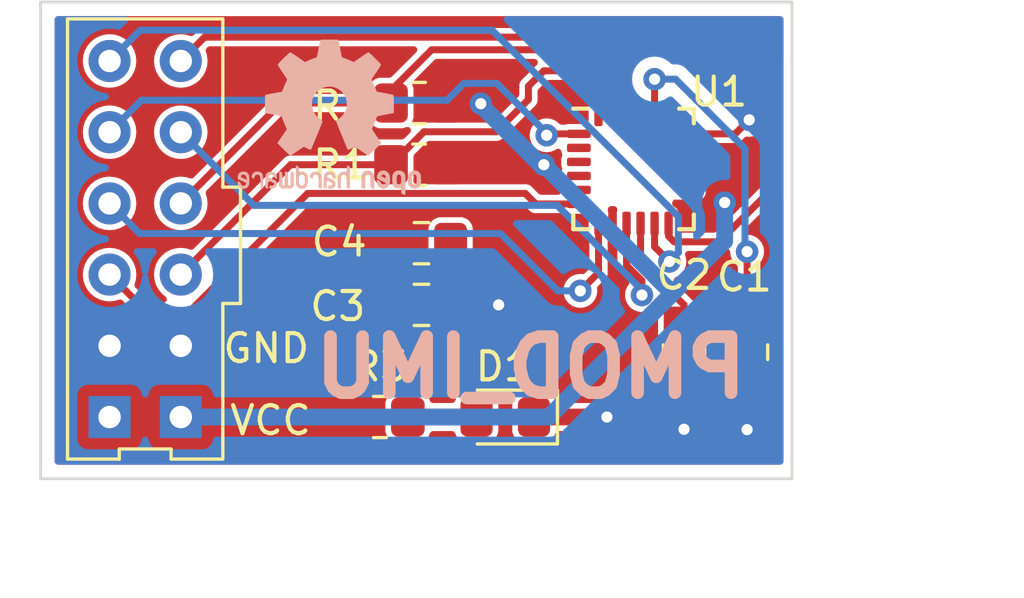
<source format=kicad_pcb>
(kicad_pcb (version 20221018) (generator pcbnew)
  (layers (0 "F.Cu" signal) (31 "B.Cu" power) (34 "B.Paste" user) (35 "F.Paste" user) (36 "B.SilkS" user "B.Silkscreen") (37 "F.SilkS" user "F.Silkscreen") (38 "B.Mask" user) (39 "F.Mask" user) (44 "Edge.Cuts" user))
  (net 0 "")
  (net 1 "/CLKIN")
  (net 6 "/AUX_DA")
  (net 7 "/AUX_CL")
  (net 8 "/AD0")
  (net 9 "Net-(U1-REGOUT)")
  (net 10 "/FSYNC")
  (net 11 "/INT")
  (net 12 "VDD")
  (net 17 "GND")
  (net 19 "Net-(U1-CPOUT)")
  (net 22 "/SCL")
  (net 23 "/SDA")
  (net 24 "Net-(D1-A)")
  (footprint "Resistor_SMD:R_0805_2012Metric_Pad1.20x1.40mm_HandSolder" (layer "F.Cu") (at 107.5 63.6 180)
    (fp_text reference "R2" (at 2.8 -0.1) (layer "F.SilkS"))
    (fp_text value "10k" hide)
    (fp_line (start -0.227064 -0.735) (end 0.227064 -0.735) (stroke (width 0.12)) (layer "F.SilkS"))
    (fp_line (start -0.227064 0.735) (end 0.227064 0.735) (stroke (width 0.12)) (layer "F.SilkS"))
    (pad "1" smd roundrect (at -1 0 180) (size 1.2 1.4) (layers "F.Cu" "F.Paste" "F.Mask") (roundrect_rratio 0.208333) (net 12 "VDD"))
    (pad "2" smd roundrect (at 1 0 180) (size 1.2 1.4) (layers "F.Cu" "F.Paste" "F.Mask") (roundrect_rratio 0.208333) (net 22 "/SCL"))
  )
  (footprint "Pmod:PMOD_EXTENSION_BOARD" (layer "F.Cu") (at 98 68.52 -90)
    (fp_text reference "U3" hide)
    (fp_text value "Pmod_connector")
    (fp_text user "VCC" (at 6.4 -4.2 unlocked) (layer "F.SilkS"))
    (fp_text user "GND" (at 3.83 -4.05 unlocked) (layer "F.SilkS"))
    (fp_line (start -7.92 -2.5) (end -7.92 3.039999) (stroke (width 0.12)) (layer "F.SilkS"))
    (fp_line (start -7.92 3.039999) (end 7.78 3.04) (stroke (width 0.12)) (layer "F.SilkS"))
    (fp_line (start -1.92 -3.13) (end -1.92 -2.5) (stroke (width 0.12)) (layer "F.SilkS"))
    (fp_line (start -1.92 -2.5) (end -7.92 -2.5) (stroke (width 0.12)) (layer "F.SilkS"))
    (fp_line (start 2.23 -3.13) (end -1.92 -3.13) (stroke (width 0.12)) (layer "F.SilkS"))
    (fp_line (start 2.23 -2.5) (end 2.23 -3.13) (stroke (width 0.12)) (layer "F.SilkS"))
    (fp_line (start 2.23 -2.5) (end 7.73 -2.5) (stroke (width 0.12)) (layer "F.SilkS"))
    (fp_line (start 7.42 -0.653333) (end 7.78 -0.653333) (stroke (width 0.12)) (layer "F.SilkS"))
    (fp_line (start 7.42 1.193333) (end 7.42 -0.653333) (stroke (width 0.12)) (layer "F.SilkS"))
    (fp_line (start 7.78 -0.653333) (end 7.78 -2.499999) (stroke (width 0.12)) (layer "F.SilkS"))
    (fp_line (start 7.78 1.193333) (end 7.42 1.193333) (stroke (width 0.12)) (layer "F.SilkS"))
    (fp_line (start 7.78 3.04) (end 7.78 1.193333) (stroke (width 0.12)) (layer "F.SilkS"))
    (pad "1" thru_hole rect (at 6.28 -1 90) (size 1.5 1.5) (drill 0.8) (layers "*.Cu" "*.Mask") (net 12 "VDD"))
    (pad "2" thru_hole circle (at 3.74 -1 90) (size 1.5 1.5) (drill 0.8) (layers "*.Cu" "*.Mask") (net 17 "GND"))
    (pad "3" thru_hole circle (at 1.2 -1 90) (size 1.5 1.5) (drill 0.8) (layers "*.Cu" "*.Mask") (net 23 "/SDA"))
    (pad "4" thru_hole circle (at -1.34 -1 90) (size 1.5 1.5) (drill 0.8) (layers "*.Cu" "*.Mask") (net 22 "/SCL"))
    (pad "5" thru_hole circle (at -3.88 -1 90) (size 1.5 1.5) (drill 0.8) (layers "*.Cu" "*.Mask") (net 8 "/AD0"))
    (pad "6" thru_hole circle (at -6.42 -1 90) (size 1.5 1.5) (drill 0.8) (layers "*.Cu" "*.Mask") (net 11 "/INT"))
    (pad "7" thru_hole circle (at -6.42 1.54 90) (size 1.5 1.5) (drill 0.8) (layers "*.Cu" "*.Mask") (net 10 "/FSYNC"))
    (pad "8" thru_hole circle (at -3.88 1.54 90) (size 1.5 1.5) (drill 0.8) (layers "*.Cu" "*.Mask") (net 1 "/CLKIN"))
    (pad "9" thru_hole circle (at -1.34 1.54 90) (size 1.5 1.5) (drill 0.8) (layers "*.Cu" "*.Mask") (net 7 "/AUX_CL"))
    (pad "10" thru_hole circle (at 1.2 1.54 90) (size 1.5 1.5) (drill 0.8) (layers "*.Cu" "*.Mask") (net 6 "/AUX_DA"))
    (pad "11" thru_hole circle (at 3.74 1.54 90) (size 1.5 1.5) (drill 0.8) (layers "*.Cu" "*.Mask") (net 17 "GND"))
    (pad "12" thru_hole rect (at 6.28 1.54 90) (size 1.5 1.5) (drill 0.8) (layers "*.Cu" "*.Mask") (net 12 "VDD"))
  )
  (footprint "Resistor_SMD:R_0805_2012Metric_Pad1.20x1.40mm_HandSolder" (layer "F.Cu") (at 106.1 74.8)
    (fp_text reference "R3" (at 0 -1.8) (layer "F.SilkS"))
    (fp_text value "10k" hide)
    (fp_line (start -0.227064 -0.735) (end 0.227064 -0.735) (stroke (width 0.12)) (layer "F.SilkS"))
    (fp_line (start -0.227064 0.735) (end 0.227064 0.735) (stroke (width 0.12)) (layer "F.SilkS"))
    (pad "1" smd roundrect (at -1 0) (size 1.2 1.4) (layers "F.Cu" "F.Paste" "F.Mask") (roundrect_rratio 0.208333) (net 12 "VDD"))
    (pad "2" smd roundrect (at 1 0) (size 1.2 1.4) (layers "F.Cu" "F.Paste" "F.Mask") (roundrect_rratio 0.208333) (net 24 "Net-(D1-A)"))
  )
  (footprint "Capacitor_SMD:C_0805_2012Metric_Pad1.18x1.45mm_HandSolder" (layer "F.Cu") (at 107.5875 68.6)
    (fp_text reference "C4" (at -2.9375 -0.05) (layer "F.SilkS"))
    (fp_text value "0.1uF" hide)
    (fp_line (start -0.261252 -0.735) (end 0.261252 -0.735) (stroke (width 0.12)) (layer "F.SilkS"))
    (fp_line (start -0.261252 0.735) (end 0.261252 0.735) (stroke (width 0.12)) (layer "F.SilkS"))
    (pad "1" smd roundrect (at -1.0375 0) (size 1.175 1.45) (layers "F.Cu" "F.Paste" "F.Mask") (roundrect_rratio 0.212766) (net 12 "VDD"))
    (pad "2" smd roundrect (at 1.0375 0) (size 1.175 1.45) (layers "F.Cu" "F.Paste" "F.Mask") (roundrect_rratio 0.212766) (net 17 "GND"))
  )
  (footprint "Capacitor_SMD:C_0805_2012Metric_Pad1.18x1.45mm_HandSolder" (layer "F.Cu") (at 107.5875 70.8)
    (fp_text reference "C3" (at -2.9875 0.05 180) (layer "F.SilkS"))
    (fp_text value "10nF" hide)
    (fp_line (start -0.261252 -0.735) (end 0.261252 -0.735) (stroke (width 0.12)) (layer "F.SilkS"))
    (fp_line (start -0.261252 0.735) (end 0.261252 0.735) (stroke (width 0.12)) (layer "F.SilkS"))
    (pad "1" smd roundrect (at -1.0375 0) (size 1.175 1.45) (layers "F.Cu" "F.Paste" "F.Mask") (roundrect_rratio 0.212766) (net 12 "VDD"))
    (pad "2" smd roundrect (at 1.0375 0) (size 1.175 1.45) (layers "F.Cu" "F.Paste" "F.Mask") (roundrect_rratio 0.212766) (net 17 "GND"))
  )
  (footprint "Resistor_SMD:R_0805_2012Metric_Pad1.20x1.40mm_HandSolder" (layer "F.Cu") (at 107.5 65.8 180)
    (fp_text reference "R1" (at 2.8 0) (layer "F.SilkS"))
    (fp_text value "10k" hide)
    (fp_line (start -0.227064 -0.735) (end 0.227064 -0.735) (stroke (width 0.12)) (layer "F.SilkS"))
    (fp_line (start -0.227064 0.735) (end 0.227064 0.735) (stroke (width 0.12)) (layer "F.SilkS"))
    (pad "1" smd roundrect (at -1 0 180) (size 1.2 1.4) (layers "F.Cu" "F.Paste" "F.Mask") (roundrect_rratio 0.208333) (net 12 "VDD"))
    (pad "2" smd roundrect (at 1 0 180) (size 1.2 1.4) (layers "F.Cu" "F.Paste" "F.Mask") (roundrect_rratio 0.208333) (net 23 "/SDA"))
  )
  (footprint "Capacitor_SMD:C_0805_2012Metric_Pad1.18x1.45mm_HandSolder" (layer "F.Cu") (at 119.2 72.4875 -90)
    (fp_text reference "C1" (at -2.6875 0.1 -180) (layer "F.SilkS"))
    (fp_text value "2.2nF" hide)
    (fp_line (start -0.261252 -0.735) (end 0.261252 -0.735) (stroke (width 0.12)) (layer "F.SilkS"))
    (fp_line (start -0.261252 0.735) (end 0.261252 0.735) (stroke (width 0.12)) (layer "F.SilkS"))
    (pad "1" smd roundrect (at -1.0375 0 270) (size 1.175 1.45) (layers "F.Cu" "F.Paste" "F.Mask") (roundrect_rratio 0.212766) (net 19 "Net-(U1-CPOUT)"))
    (pad "2" smd roundrect (at 1.0375 0 270) (size 1.175 1.45) (layers "F.Cu" "F.Paste" "F.Mask") (roundrect_rratio 0.212766) (net 17 "GND"))
  )
  (footprint "Capacitor_SMD:C_0805_2012Metric_Pad1.18x1.45mm_HandSolder" (layer "F.Cu") (at 116.95 72.4875 90)
    (fp_text reference "C2" (at 2.75 0 180) (layer "F.SilkS"))
    (fp_text value "0.1uF" hide)
    (fp_line (start -0.261252 -0.735) (end 0.261252 -0.735) (stroke (width 0.12)) (layer "F.SilkS"))
    (fp_line (start -0.261252 0.735) (end 0.261252 0.735) (stroke (width 0.12)) (layer "F.SilkS"))
    (pad "1" smd roundrect (at -1.0375 0 90) (size 1.175 1.45) (layers "F.Cu" "F.Paste" "F.Mask") (roundrect_rratio 0.212766) (net 17 "GND"))
    (pad "2" smd roundrect (at 1.0375 0 90) (size 1.175 1.45) (layers "F.Cu" "F.Paste" "F.Mask") (roundrect_rratio 0.212766) (net 9 "Net-(U1-REGOUT)"))
  )
  (footprint "Sensor_Motion:InvenSense_QFN-24_4x4mm_P0.5mm" (layer "F.Cu") (at 115.15 65.95)
    (fp_text reference "U1" (at 3.05 -2.75) (layer "F.SilkS"))
    (fp_text value "MPU-6050" hide)
    (fp_line (start -2.15 -2.15) (end -1.625 -2.15) (stroke (width 0.15)) (layer "F.SilkS"))
    (fp_line (start -2.15 2.15) (end -2.15 1.625) (stroke (width 0.15)) (layer "F.SilkS"))
    (fp_line (start -2.15 2.15) (end -1.625 2.15) (stroke (width 0.15)) (layer "F.SilkS"))
    (fp_line (start 2.15 -2.15) (end 1.625 -2.15) (stroke (width 0.15)) (layer "F.SilkS"))
    (fp_line (start 2.15 -2.15) (end 2.15 -1.625) (stroke (width 0.15)) (layer "F.SilkS"))
    (fp_line (start 2.15 2.15) (end 1.625 2.15) (stroke (width 0.15)) (layer "F.SilkS"))
    (fp_line (start 2.15 2.15) (end 2.15 1.625) (stroke (width 0.15)) (layer "F.SilkS"))
    (pad "1" smd roundrect (at -1.95 -1.25) (size 0.85 0.3) (layers "F.Cu" "F.Paste" "F.Mask") (net 1 "/CLKIN"))
    (pad "2" smd roundrect (at -1.95 -0.75) (size 0.85 0.3) (layers "F.Cu" "F.Paste" "F.Mask"))
    (pad "3" smd roundrect (at -1.95 -0.25) (size 0.85 0.3) (layers "F.Cu" "F.Paste" "F.Mask"))
    (pad "4" smd roundrect (at -1.95 0.25) (size 0.85 0.3) (layers "F.Cu" "F.Paste" "F.Mask"))
    (pad "5" smd roundrect (at -1.95 0.75) (size 0.85 0.3) (layers "F.Cu" "F.Paste" "F.Mask"))
    (pad "6" smd roundrect (at -1.95 1.25) (size 0.85 0.3) (layers "F.Cu" "F.Paste" "F.Mask") (net 6 "/AUX_DA"))
    (pad "7" smd roundrect (at -1.25 1.95 90) (size 0.85 0.3) (layers "F.Cu" "F.Paste" "F.Mask") (net 7 "/AUX_CL"))
    (pad "8" smd roundrect (at -0.75 1.95 90) (size 0.85 0.3) (layers "F.Cu" "F.Paste" "F.Mask") (net 12 "VDD"))
    (pad "9" smd roundrect (at -0.25 1.95 90) (size 0.85 0.3) (layers "F.Cu" "F.Paste" "F.Mask") (net 8 "/AD0"))
    (pad "10" smd roundrect (at 0.25 1.95 90) (size 0.85 0.3) (layers "F.Cu" "F.Paste" "F.Mask") (net 9 "Net-(U1-REGOUT)"))
    (pad "11" smd roundrect (at 0.75 1.95 90) (size 0.85 0.3) (layers "F.Cu" "F.Paste" "F.Mask") (net 10 "/FSYNC"))
    (pad "12" smd roundrect (at 1.25 1.95 90) (size 0.85 0.3) (layers "F.Cu" "F.Paste" "F.Mask") (net 11 "/INT"))
    (pad "13" smd roundrect (at 1.95 1.25) (size 0.85 0.3) (layers "F.Cu" "F.Paste" "F.Mask") (net 12 "VDD"))
    (pad "14" smd roundrect (at 1.95 0.75) (size 0.85 0.3) (layers "F.Cu" "F.Paste" "F.Mask"))
    (pad "15" smd roundrect (at 1.95 0.25) (size 0.85 0.3) (layers "F.Cu" "F.Paste" "F.Mask"))
    (pad "16" smd roundrect (at 1.95 -0.25) (size 0.85 0.3) (layers "F.Cu" "F.Paste" "F.Mask"))
    (pad "17" smd roundrect (at 1.95 -0.75) (size 0.85 0.3) (layers "F.Cu" "F.Paste" "F.Mask"))
    (pad "18" smd roundrect (at 1.95 -1.25) (size 0.85 0.3) (layers "F.Cu" "F.Paste" "F.Mask") (net 17 "GND"))
    (pad "19" smd roundrect (at 1.25 -1.95 90) (size 0.85 0.3) (layers "F.Cu" "F.Paste" "F.Mask"))
    (pad "20" smd roundrect (at 0.75 -1.95 90) (size 0.85 0.3) (layers "F.Cu" "F.Paste" "F.Mask") (net 19 "Net-(U1-CPOUT)"))
    (pad "21" smd roundrect (at 0.25 -1.95 90) (size 0.85 0.3) (layers "F.Cu" "F.Paste" "F.Mask"))
    (pad "22" smd roundrect (at -0.25 -1.95 90) (size 0.85 0.3) (layers "F.Cu" "F.Paste" "F.Mask"))
    (pad "23" smd roundrect (at -0.75 -1.95 90) (size 0.85 0.3) (layers "F.Cu" "F.Paste" "F.Mask") (net 22 "/SCL"))
    (pad "24" smd roundrect (at -1.25 -1.95 90) (size 0.85 0.3) (layers "F.Cu" "F.Paste" "F.Mask") (net 23 "/SDA"))
    (zone (net 0) (net_name "") (layer "F.Cu") (connect_pads (clearance 0)) (min_thickness 0.254)
      (keepout (tracks not_allowed) (vias not_allowed) (pads not_allowed) (copperpour not_allowed) (footprints allowed))
      (fill (thermal_gap 0.508) (thermal_bridge_width 0.508))
      (polygon (pts (xy 113.775 64.625) (xy 116.525 64.625) (xy 116.525 67.275) (xy 113.775 67.275)))
    )
  )
  (footprint "LED_SMD:LED_0805_2012Metric_Pad1.15x1.40mm_HandSolder" (layer "F.Cu") (at 110.575 74.8 180)
    (fp_text reference "D1" (at 0.075 1.8) (layer "F.SilkS"))
    (fp_text value "LED" hide)
    (fp_line (start -1.86 -0.96) (end -1.86 0.96) (stroke (width 0.12)) (layer "F.SilkS"))
    (fp_line (start -1.86 0.96) (end 1 0.96) (stroke (width 0.12)) (layer "F.SilkS"))
    (fp_line (start 1 -0.96) (end -1.86 -0.96) (stroke (width 0.12)) (layer "F.SilkS"))
    (pad "1" smd roundrect (at -1.025 0 180) (size 1.15 1.4) (layers "F.Cu" "F.Paste" "F.Mask") (roundrect_rratio 0.217391) (net 17 "GND"))
    (pad "2" smd roundrect (at 1.025 0 180) (size 1.15 1.4) (layers "F.Cu" "F.Paste" "F.Mask") (roundrect_rratio 0.217391) (net 24 "Net-(D1-A)"))
  )
  (footprint "Symbol:OSHW-Logo2_7.3x6mm_SilkScreen" (layer "B.Cu") (at 104.3 64.1 180)
    (fp_text reference "REF**" hide)
    (fp_text value "OSHW-Logo2_7.3x6mm_SilkScreen" hide)
    (fp_poly (pts (xy 2.6526 -1.958752) (xy 2.669948 -1.966334) (xy 2.711356 -1.999128) (xy 2.746765 -2.046547) (xy 2.768664 -2.097151) (xy 2.772229 -2.122098) (xy 2.760279 -2.156927) (xy 2.734067 -2.175357) (xy 2.705964 -2.186516) (xy 2.693095 -2.188572) (xy 2.686829 -2.173649) (xy 2.674456 -2.141175) (xy 2.669028 -2.126502) (xy 2.63859 -2.075744) (xy 2.59452 -2.050427) (xy 2.53801 -2.051206) (xy 2.533825 -2.052203) (xy 2.503655 -2.066507) (xy 2.481476 -2.094393) (xy 2.466327 -2.139287) (xy 2.45725 -2.204615) (xy 2.453286 -2.293804) (xy 2.452914 -2.341261) (xy 2.45273 -2.416071) (xy 2.451522 -2.467069) (xy 2.448309 -2.499471) (xy 2.442109 -2.518495) (xy 2.43194 -2.529356) (xy 2.416819 -2.537272) (xy 2.415946 -2.53767) (xy 2.386828 -2.549981) (xy 2.372403 -2.554514) (xy 2.370186 -2.540809) (xy 2.368289 -2.502925) (xy 2.366847 -2.445715) (xy 2.365998 -2.374027) (xy 2.365829 -2.321565) (xy 2.366692 -2.220047) (xy 2.37007 -2.143032) (xy 2.377142 -2.086023) (xy 2.389088 -2.044526) (xy 2.40709 -2.014043) (xy 2.432327 -1.99008) (xy 2.457247 -1.973355) (xy 2.517171 -1.951097) (xy 2.586911 -1.946076) (xy 2.6526 -1.958752)) (stroke (width 0.01)) (fill solid) (layer "B.SilkS"))
    (fp_poly (pts (xy -1.283907 -1.92778) (xy -1.237328 -1.954723) (xy -1.204943 -1.981466) (xy -1.181258 -2.009484) (xy -1.164941 -2.043748) (xy -1.154661 -2.089227) (xy -1.149086 -2.150892) (xy -1.146884 -2.233711) (xy -1.146629 -2.293246) (xy -1.146629 -2.512391) (xy -1.208314 -2.540044) (xy -1.27 -2.567697) (xy -1.277257 -2.32767) (xy -1.280256 -2.238028) (xy -1.283402 -2.172962) (xy -1.287299 -2.128026) (xy -1.292553 -2.09877) (xy -1.299769 -2.080748) (xy -1.30955 -2.069511) (xy -1.312688 -2.067079) (xy -1.360239 -2.048083) (xy -1.408303 -2.0556) (xy -1.436914 -2.075543) (xy -1.448553 -2.089675) (xy -1.456609 -2.10822) (xy -1.461729 -2.136334) (xy -1.464559 -2.179173) (xy -1.465744 -2.241895) (xy -1.465943 -2.307261) (xy -1.465982 -2.389268) (xy -1.467386 -2.447316) (xy -1.472086 -2.486465) (xy -1.482013 -2.51178) (xy -1.499097 -2.528323) (xy -1.525268 -2.541156) (xy -1.560225 -2.554491) (xy -1.598404 -2.569007) (xy -1.593859 -2.311389) (xy -1.592029 -2.218519) (xy -1.589888 -2.149889) (xy -1.586819 -2.100711) (xy -1.582206 -2.066198) (xy -1.575432 -2.041562) (xy -1.565881 -2.022016) (xy -1.554366 -2.00477) (xy -1.49881 -1.94968) (xy -1.43102 -1.917822) (xy -1.357287 -1.910191) (xy -1.283907 -1.92778)) (stroke (width 0.01)) (fill solid) (layer "B.SilkS"))
    (fp_poly (pts (xy 0.529926 -1.949755) (xy 0.595858 -1.974084) (xy 0.649273 -2.017117) (xy 0.670164 -2.047409) (xy 0.692939 -2.102994) (xy 0.692466 -2.143186) (xy 0.668562 -2.170217) (xy 0.659717 -2.174813) (xy 0.62153 -2.189144) (xy 0.602028 -2.185472) (xy 0.595422 -2.161407) (xy 0.595086 -2.148114) (xy 0.582992 -2.09921) (xy 0.551471 -2.064999) (xy 0.507659 -2.048476) (xy 0.458695 -2.052634) (xy 0.418894 -2.074227) (xy 0.40545 -2.086544) (xy 0.395921 -2.101487) (xy 0.389485 -2.124075) (xy 0.385317 -2.159328) (xy 0.382597 -2.212266) (xy 0.380502 -2.287907) (xy 0.37996 -2.311857) (xy 0.377981 -2.39379) (xy 0.375731 -2.451455) (xy 0.372357 -2.489608) (xy 0.367006 -2.513004) (xy 0.358824 -2.526398) (xy 0.346959 -2.534545) (xy 0.339362 -2.538144) (xy 0.307102 -2.550452) (xy 0.288111 -2.554514) (xy 0.281836 -2.540948) (xy 0.278006 -2.499934) (xy 0.2766 -2.430999) (xy 0.277598 -2.333669) (xy 0.277908 -2.318657) (xy 0.280101 -2.229859) (xy 0.282693 -2.165019) (xy 0.286382 -2.119067) (xy 0.291864 -2.086935) (xy 0.299835 -2.063553) (xy 0.310993 -2.043852) (xy 0.31683 -2.03541) (xy 0.350296 -1.998057) (xy 0.387727 -1.969003) (xy 0.392309 -1.966467) (xy 0.459426 -1.946443) (xy 0.529926 -1.949755)) (stroke (width 0.01)) (fill solid) (layer "B.SilkS"))
    (fp_poly (pts (xy -0.624114 -1.851289) (xy -0.619861 -1.910613) (xy -0.614975 -1.945572) (xy -0.608205 -1.96082) (xy -0.598298 -1.961015) (xy -0.595086 -1.959195) (xy -0.552356 -1.946015) (xy -0.496773 -1.946785) (xy -0.440263 -1.960333) (xy -0.404918 -1.977861) (xy -0.368679 -2.005861) (xy -0.342187 -2.037549) (xy -0.324001 -2.077813) (xy -0.312678 -2.131543) (xy -0.306778 -2.203626) (xy -0.304857 -2.298951) (xy -0.304823 -2.317237) (xy -0.3048 -2.522646) (xy -0.350509 -2.53858) (xy -0.382973 -2.54942) (xy -0.400785 -2.554468) (xy -0.401309 -2.554514) (xy -0.403063 -2.540828) (xy -0.404556 -2.503076) (xy -0.405674 -2.446224) (xy -0.406303 -2.375234) (xy -0.4064 -2.332073) (xy -0.406602 -2.246973) (xy -0.407642 -2.185981) (xy -0.410169 -2.144177) (xy -0.414836 -2.116642) (xy -0.422293 -2.098456) (xy -0.433189 -2.084698) (xy -0.439993 -2.078073) (xy -0.486728 -2.051375) (xy -0.537728 -2.049375) (xy -0.583999 -2.071955) (xy -0.592556 -2.080107) (xy -0.605107 -2.095436) (xy -0.613812 -2.113618) (xy -0.619369 -2.139909) (xy -0.622474 -2.179562) (xy -0.623824 -2.237832) (xy -0.624114 -2.318173) (xy -0.624114 -2.522646) (xy -0.669823 -2.53858) (xy -0.702287 -2.54942) (xy -0.720099 -2.554468) (xy -0.720623 -2.554514) (xy -0.721963 -2.540623) (xy -0.723172 -2.501439) (xy -0.724199 -2.4407) (xy -0.724998 -2.362141) (xy -0.725519 -2.269498) (xy -0.725714 -2.166509) (xy -0.725714 -1.769342) (xy -0.678543 -1.749444) (xy -0.631371 -1.729547) (xy -0.624114 -1.851289)) (stroke (width 0.01)) (fill solid) (layer "B.SilkS"))
    (fp_poly (pts (xy 1.779833 -1.958663) (xy 1.782048 -1.99685) (xy 1.783784 -2.054886) (xy 1.784899 -2.12818) (xy 1.785257 -2.205055) (xy 1.785257 -2.465196) (xy 1.739326 -2.511127) (xy 1.707675 -2.539429) (xy 1.67989 -2.550893) (xy 1.641915 -2.550168) (xy 1.62684 -2.548321) (xy 1.579726 -2.542948) (xy 1.540756 -2.539869) (xy 1.531257 -2.539585) (xy 1.499233 -2.541445) (xy 1.453432 -2.546114) (xy 1.435674 -2.548321) (xy 1.392057 -2.551735) (xy 1.362745 -2.54432) (xy 1.33368 -2.521427) (xy 1.323188 -2.511127) (xy 1.277257 -2.465196) (xy 1.277257 -1.978602) (xy 1.314226 -1.961758) (xy 1.346059 -1.949282) (xy 1.364683 -1.944914) (xy 1.369458 -1.958718) (xy 1.373921 -1.997286) (xy 1.377775 -2.056356) (xy 1.380722 -2.131663) (xy 1.382143 -2.195286) (xy 1.386114 -2.445657) (xy 1.420759 -2.450556) (xy 1.452268 -2.447131) (xy 1.467708 -2.436041) (xy 1.472023 -2.415308) (xy 1.475708 -2.371145) (xy 1.478469 -2.309146) (xy 1.480012 -2.234909) (xy 1.480235 -2.196706) (xy 1.480457 -1.976783) (xy 1.526166 -1.960849) (xy 1.558518 -1.950015) (xy 1.576115 -1.944962) (xy 1.576623 -1.944914) (xy 1.578388 -1.958648) (xy 1.580329 -1.99673) (xy 1.582282 -2.054482) (xy 1.584084 -2.127227) (xy 1.585343 -2.195286) (xy 1.589314 -2.445657) (xy 1.6764 -2.445657) (xy 1.680396 -2.21724) (xy 1.684392 -1.988822) (xy 1.726847 -1.966868) (xy 1.758192 -1.951793) (xy 1.776744 -1.944951) (xy 1.777279 -1.944914) (xy 1.779833 -1.958663)) (stroke (width 0.01)) (fill solid) (layer "B.SilkS"))
    (fp_poly (pts (xy -2.958885 -1.921962) (xy -2.890855 -1.957733) (xy -2.840649 -2.015301) (xy -2.822815 -2.052312) (xy -2.808937 -2.107882) (xy -2.801833 -2.178096) (xy -2.80116 -2.254727) (xy -2.806573 -2.329552) (xy -2.81773 -2.394342) (xy -2.834286 -2.440873) (xy -2.839374 -2.448887) (xy -2.899645 -2.508707) (xy -2.971231 -2.544535) (xy -3.048908 -2.55502) (xy -3.127452 -2.53881) (xy -3.149311 -2.529092) (xy -3.191878 -2.499143) (xy -3.229237 -2.459433) (xy -3.232768 -2.454397) (xy -3.247119 -2.430124) (xy -3.256606 -2.404178) (xy -3.26221 -2.370022) (xy -3.264914 -2.321119) (xy -3.265701 -2.250935) (xy -3.265714 -2.2352) (xy -3.265678 -2.230192) (xy -3.120571 -2.230192) (xy -3.119727 -2.29643) (xy -3.116404 -2.340386) (xy -3.109417 -2.368779) (xy -3.097584 -2.388325) (xy -3.091543 -2.394857) (xy -3.056814 -2.41968) (xy -3.023097 -2.418548) (xy -2.989005 -2.397016) (xy -2.968671 -2.374029) (xy -2.956629 -2.340478) (xy -2.949866 -2.287569) (xy -2.949402 -2.281399) (xy -2.948248 -2.185513) (xy -2.960312 -2.114299) (xy -2.98543 -2.068194) (xy -3.02344 -2.047635) (xy -3.037008 -2.046514) (xy -3.072636 -2.052152) (xy -3.097006 -2.071686) (xy -3.111907 -2.109042) (xy -3.119125 -2.16815) (xy -3.120571 -2.230192) (xy -3.265678 -2.230192) (xy -3.265174 -2.160413) (xy -3.262904 -2.108159) (xy -3.257932 -2.071949) (xy -3.249287 -2.045299) (xy -3.235995 -2.021722) (xy -3.233057 -2.017338) (xy -3.183687 -1.958249) (xy -3.129891 -1.923947) (xy -3.064398 -1.910331) (xy -3.042158 -1.909665) (xy -2.958885 -1.921962)) (stroke (width 0.01)) (fill solid) (layer "B.SilkS"))
    (fp_poly (pts (xy 3.153595 -1.966966) (xy 3.211021 -2.004497) (xy 3.238719 -2.038096) (xy 3.260662 -2.099064) (xy 3.262405 -2.147308) (xy 3.258457 -2.211816) (xy 3.109686 -2.276934) (xy 3.037349 -2.310202) (xy 2.990084 -2.336964) (xy 2.965507 -2.360144) (xy 2.961237 -2.382667) (xy 2.974889 -2.407455) (xy 2.989943 -2.423886) (xy 3.033746 -2.450235) (xy 3.081389 -2.452081) (xy 3.125145 -2.431546) (xy 3.157289 -2.390752) (xy 3.163038 -2.376347) (xy 3.190576 -2.331356) (xy 3.222258 -2.312182) (xy 3.265714 -2.295779) (xy 3.265714 -2.357966) (xy 3.261872 -2.400283) (xy 3.246823 -2.435969) (xy 3.21528 -2.476943) (xy 3.210592 -2.482267) (xy 3.175506 -2.51872) (xy 3.145347 -2.538283) (xy 3.107615 -2.547283) (xy 3.076335 -2.55023) (xy 3.020385 -2.550965) (xy 2.980555 -2.54166) (xy 2.955708 -2.527846) (xy 2.916656 -2.497467) (xy 2.889625 -2.464613) (xy 2.872517 -2.423294) (xy 2.863238 -2.367521) (xy 2.859693 -2.291305) (xy 2.85941 -2.252622) (xy 2.860372 -2.206247) (xy 2.948007 -2.206247) (xy 2.949023 -2.231126) (xy 2.951556 -2.2352) (xy 2.968274 -2.229665) (xy 3.004249 -2.215017) (xy 3.052331 -2.19419) (xy 3.062386 -2.189714) (xy 3.123152 -2.158814) (xy 3.156632 -2.131657) (xy 3.16399 -2.10622) (xy 3.146391 -2.080481) (xy 3.131856 -2.069109) (xy 3.07941 -2.046364) (xy 3.030322 -2.050122) (xy 2.989227 -2.077884) (xy 2.960758 -2.127152) (xy 2.951631 -2.166257) (xy 2.948007 -2.206247) (xy 2.860372 -2.206247) (xy 2.861285 -2.162249) (xy 2.868196 -2.095384) (xy 2.881884 -2.046695) (xy 2.904096 -2.010849) (xy 2.936574 -1.982513) (xy 2.950733 -1.973355) (xy 3.015053 -1.949507) (xy 3.085473 -1.948006) (xy 3.153595 -1.966966)) (stroke (width 0.01)) (fill solid) (layer "B.SilkS"))
    (fp_poly (pts (xy 1.190117 -2.065358) (xy 1.189933 -2.173837) (xy 1.189219 -2.257287) (xy 1.187675 -2.319704) (xy 1.185001 -2.365085) (xy 1.180894 -2.397429) (xy 1.175055 -2.420733) (xy 1.167182 -2.438995) (xy 1.161221 -2.449418) (xy 1.111855 -2.505945) (xy 1.049264 -2.541377) (xy 0.980013 -2.55409) (xy 0.910668 -2.542463) (xy 0.869375 -2.521568) (xy 0.826025 -2.485422) (xy 0.796481 -2.441276) (xy 0.778655 -2.383462) (xy 0.770463 -2.306313) (xy 0.769302 -2.249714) (xy 0.769458 -2.245647) (xy 0.870857 -2.245647) (xy 0.871476 -2.31055) (xy 0.874314 -2.353514) (xy 0.88084 -2.381622) (xy 0.892523 -2.401953) (xy 0.906483 -2.417288) (xy 0.953365 -2.44689) (xy 1.003701 -2.449419) (xy 1.051276 -2.424705) (xy 1.054979 -2.421356) (xy 1.070783 -2.403935) (xy 1.080693 -2.383209) (xy 1.086058 -2.352362) (xy 1.088228 -2.304577) (xy 1.088571 -2.251748) (xy 1.087827 -2.185381) (xy 1.084748 -2.141106) (xy 1.078061 -2.112009) (xy 1.066496 -2.091173) (xy 1.057013 -2.080107) (xy 1.01296 -2.052198) (xy 0.962224 -2.048843) (xy 0.913796 -2.070159) (xy 0.90445 -2.078073) (xy 0.88854 -2.095647) (xy 0.87861 -2.116587) (xy 0.873278 -2.147782) (xy 0.871163 -2.196122) (xy 0.870857 -2.245647) (xy 0.769458 -2.245647) (xy 0.77281 -2.158568) (xy 0.784726 -2.090086) (xy 0.807135 -2.0386) (xy 0.842124 -1.998443) (xy 0.869375 -1.977861) (xy 0.918907 -1.955625) (xy 0.976316 -1.945304) (xy 1.029682 -1.948067) (xy 1.059543 -1.959212) (xy 1.071261 -1.962383) (xy 1.079037 -1.950557) (xy 1.084465 -1.918866) (xy 1.088571 -1.870593) (xy 1.093067 -1.816829) (xy 1.099313 -1.784482) (xy 1.110676 -1.765985) (xy 1.130528 -1.75377) (xy 1.143 -1.748362) (xy 1.190171 -1.728601) (xy 1.190117 -2.065358)) (stroke (width 0.01)) (fill solid) (layer "B.SilkS"))
    (fp_poly (pts (xy -1.831697 -1.931239) (xy -1.774473 -1.969735) (xy -1.730251 -2.025335) (xy -1.703833 -2.096086) (xy -1.69849 -2.148162) (xy -1.699097 -2.169893) (xy -1.704178 -2.186531) (xy -1.718145 -2.201437) (xy -1.745411 -2.217973) (xy -1.790388 -2.239498) (xy -1.857489 -2.269374) (xy -1.857829 -2.269524) (xy -1.919593 -2.297813) (xy -1.970241 -2.322933) (xy -2.004596 -2.342179) (xy -2.017482 -2.352848) (xy -2.017486 -2.352934) (xy -2.006128 -2.376166) (xy -1.979569 -2.401774) (xy -1.949077 -2.420221) (xy -1.93363 -2.423886) (xy -1.891485 -2.411212) (xy -1.855192 -2.379471) (xy -1.837483 -2.344572) (xy -1.820448 -2.318845) (xy -1.787078 -2.289546) (xy -1.747851 -2.264235) (xy -1.713244 -2.250471) (xy -1.706007 -2.249714) (xy -1.697861 -2.26216) (xy -1.69737 -2.293972) (xy -1.703357 -2.336866) (xy -1.714643 -2.382558) (xy -1.73005 -2.422761) (xy -1.730829 -2.424322) (xy -1.777196 -2.489062) (xy -1.837289 -2.533097) (xy -1.905535 -2.554711) (xy -1.976362 -2.552185) (xy -2.044196 -2.523804) (xy -2.047212 -2.521808) (xy -2.100573 -2.473448) (xy -2.13566 -2.410352) (xy -2.155078 -2.327387) (xy -2.157684 -2.304078) (xy -2.162299 -2.194055) (xy -2.156767 -2.142748) (xy -2.017486 -2.142748) (xy -2.015676 -2.174753) (xy -2.005778 -2.184093) (xy -1.981102 -2.177105) (xy -1.942205 -2.160587) (xy -1.898725 -2.139881) (xy -1.897644 -2.139333) (xy -1.860791 -2.119949) (xy -1.846 -2.107013) (xy -1.849647 -2.093451) (xy -1.865005 -2.075632) (xy -1.904077 -2.049845) (xy -1.946154 -2.04795) (xy -1.983897 -2.066717) (xy -2.009966 -2.102915) (xy -2.017486 -2.142748) (xy -2.156767 -2.142748) (xy -2.152806 -2.106027) (xy -2.12845 -2.036212) (xy -2.094544 -1.987302) (xy -2.033347 -1.937878) (xy -1.965937 -1.913359) (xy -1.89712 -1.911797) (xy -1.831697 -1.931239)) (stroke (width 0.01)) (fill solid) (layer "B.SilkS"))
    (fp_poly (pts (xy 0.039744 -1.950968) (xy 0.096616 -1.972087) (xy 0.097267 -1.972493) (xy 0.13244 -1.99838) (xy 0.158407 -2.028633) (xy 0.17667 -2.068058) (xy 0.188732 -2.121462) (xy 0.196096 -2.193651) (xy 0.200264 -2.289432) (xy 0.200629 -2.303078) (xy 0.205876 -2.508842) (xy 0.161716 -2.531678) (xy 0.129763 -2.54711) (xy 0.11047 -2.554423) (xy 0.109578 -2.554514) (xy 0.106239 -2.541022) (xy 0.103587 -2.504626) (xy 0.101956 -2.451452) (xy 0.1016 -2.408393) (xy 0.101592 -2.338641) (xy 0.098403 -2.294837) (xy 0.087288 -2.273944) (xy 0.063501 -2.272925) (xy 0.022296 -2.288741) (xy -0.039914 -2.317815) (xy -0.085659 -2.341963) (xy -0.109187 -2.362913) (xy -0.116104 -2.385747) (xy -0.116114 -2.386877) (xy -0.104701 -2.426212) (xy -0.070908 -2.447462) (xy -0.019191 -2.450539) (xy 0.018061 -2.450006) (xy 0.037703 -2.460735) (xy 0.049952 -2.486505) (xy 0.057002 -2.519337) (xy 0.046842 -2.537966) (xy 0.043017 -2.540632) (xy 0.007001 -2.55134) (xy -0.043434 -2.552856) (xy -0.095374 -2.545759) (xy -0.132178 -2.532788) (xy -0.183062 -2.489585) (xy -0.211986 -2.429446) (xy -0.217714 -2.382462) (xy -0.213343 -2.340082) (xy -0.197525 -2.305488) (xy -0.166203 -2.274763) (xy -0.115322 -2.24399) (xy -0.040824 -2.209252) (xy -0.036286 -2.207288) (xy 0.030821 -2.176287) (xy 0.072232 -2.150862) (xy 0.089981 -2.128014) (xy 0.086107 -2.104745) (xy 0.062643 -2.078056) (xy 0.055627 -2.071914) (xy 0.00863 -2.0481) (xy -0.040067 -2.049103) (xy -0.082478 -2.072451) (xy -0.110616 -2.115675) (xy -0.113231 -2.12416) (xy -0.138692 -2.165308) (xy -0.170999 -2.185128) (xy -0.217714 -2.20477) (xy -0.217714 -2.15395) (xy -0.203504 -2.080082) (xy -0.161325 -2.012327) (xy -0.139376 -1.989661) (xy -0.089483 -1.960569) (xy -0.026033 -1.9474) (xy 0.039744 -1.950968)) (stroke (width 0.01)) (fill solid) (layer "B.SilkS"))
    (fp_poly (pts (xy -2.400256 -1.919918) (xy -2.344799 -1.947568) (xy -2.295852 -1.99848) (xy -2.282371 -2.017338) (xy -2.267686 -2.042015) (xy -2.258158 -2.068816) (xy -2.252707 -2.104587) (xy -2.250253 -2.156169) (xy -2.249714 -2.224267) (xy -2.252148 -2.317588) (xy -2.260606 -2.387657) (xy -2.276826 -2.439931) (xy -2.302546 -2.479869) (xy -2.339503 -2.512929) (xy -2.342218 -2.514886) (xy -2.37864 -2.534908) (xy -2.422498 -2.544815) (xy -2.478276 -2.547257) (xy -2.568952 -2.547257) (xy -2.56899 -2.635283) (xy -2.569834 -2.684308) (xy -2.574976 -2.713065) (xy -2.588413 -2.730311) (xy -2.614142 -2.744808) (xy -2.620321 -2.747769) (xy -2.649236 -2.761648) (xy -2.671624 -2.770414) (xy -2.688271 -2.771171) (xy -2.699964 -2.761023) (xy -2.70749 -2.737073) (xy -2.711634 -2.696426) (xy -2.713185 -2.636186) (xy -2.712929 -2.553455) (xy -2.711651 -2.445339) (xy -2.711252 -2.413) (xy -2.709815 -2.301524) (xy -2.708528 -2.228603) (xy -2.569029 -2.228603) (xy -2.568245 -2.290499) (xy -2.56476 -2.330997) (xy -2.556876 -2.357708) (xy -2.542895 -2.378244) (xy -2.533403 -2.38826) (xy -2.494596 -2.417567) (xy -2.460237 -2.419952) (xy -2.424784 -2.39575) (xy -2.423886 -2.394857) (xy -2.409461 -2.376153) (xy -2.400687 -2.350732) (xy -2.396261 -2.311584) (xy -2.394882 -2.251697) (xy -2.394857 -2.23843) (xy -2.398188 -2.155901) (xy -2.409031 -2.098691) (xy -2.42866 -2.063766) (xy -2.45835 -2.048094) (xy -2.475509 -2.046514) (xy -2.516234 -2.053926) (xy -2.544168 -2.07833) (xy -2.560983 -2.12298) (xy -2.56835 -2.19113) (xy -2.569029 -2.228603) (xy -2.708528 -2.228603) (xy -2.708292 -2.215245) (xy -2.706323 -2.150333) (xy -2.70355 -2.102958) (xy -2.699612 -2.06929) (xy -2.694151 -2.045498) (xy -2.686808 -2.027753) (xy -2.677223 -2.012224) (xy -2.673113 -2.006381) (xy -2.618595 -1.951185) (xy -2.549664 -1.91989) (xy -2.469928 -1.911165) (xy -2.400256 -1.919918)) (stroke (width 0.01)) (fill solid) (layer "B.SilkS"))
    (fp_poly (pts (xy 2.144876 -1.956335) (xy 2.186667 -1.975344) (xy 2.219469 -1.998378) (xy 2.243503 -2.024133) (xy 2.260097 -2.057358) (xy 2.270577 -2.1028) (xy 2.276271 -2.165207) (xy 2.278507 -2.249327) (xy 2.278743 -2.304721) (xy 2.278743 -2.520826) (xy 2.241774 -2.53767) (xy 2.212656 -2.549981) (xy 2.198231 -2.554514) (xy 2.195472 -2.541025) (xy 2.193282 -2.504653) (xy 2.191942 -2.451542) (xy 2.191657 -2.409372) (xy 2.190434 -2.348447) (xy 2.187136 -2.300115) (xy 2.182321 -2.270518) (xy 2.178496 -2.264229) (xy 2.152783 -2.270652) (xy 2.112418 -2.287125) (xy 2.065679 -2.309458) (xy 2.020845 -2.333457) (xy 1.986193 -2.35493) (xy 1.970002 -2.369685) (xy 1.969938 -2.369845) (xy 1.97133 -2.397152) (xy 1.983818 -2.423219) (xy 2.005743 -2.444392) (xy 2.037743 -2.451474) (xy 2.065092 -2.450649) (xy 2.103826 -2.450042) (xy 2.124158 -2.459116) (xy 2.136369 -2.483092) (xy 2.137909 -2.487613) (xy 2.143203 -2.521806) (xy 2.129047 -2.542568) (xy 2.092148 -2.552462) (xy 2.052289 -2.554292) (xy 1.980562 -2.540727) (xy 1.943432 -2.521355) (xy 1.897576 -2.475845) (xy 1.873256 -2.419983) (xy 1.871073 -2.360957) (xy 1.891629 -2.305953) (xy 1.922549 -2.271486) (xy 1.95342 -2.252189) (xy 2.001942 -2.227759) (xy 2.058485 -2.202985) (xy 2.06791 -2.199199) (xy 2.130019 -2.171791) (xy 2.165822 -2.147634) (xy 2.177337 -2.123619) (xy 2.16658 -2.096635) (xy 2.148114 -2.075543) (xy 2.104469 -2.049572) (xy 2.056446 -2.047624) (xy 2.012406 -2.067637) (xy 1.980709 -2.107551) (xy 1.976549 -2.117848) (xy 1.952327 -2.155724) (xy 1.916965 -2.183842) (xy 1.872343 -2.206917) (xy 1.872343 -2.141485) (xy 1.874969 -2.101506) (xy 1.88623 -2.069997) (xy 1.911199 -2.036378) (xy 1.935169 -2.010484) (xy 1.972441 -1.973817) (xy 2.001401 -1.954121) (xy 2.032505 -1.94622) (xy 2.067713 -1.944914) (xy 2.144876 -1.956335)) (stroke (width 0.01)) (fill solid) (layer "B.SilkS"))
    (fp_poly (pts (xy 0.10391 2.757652) (xy 0.182454 2.757222) (xy 0.239298 2.756058) (xy 0.278105 2.753793) (xy 0.302538 2.75006) (xy 0.316262 2.744494) (xy 0.32294 2.736727) (xy 0.326236 2.726395) (xy 0.326556 2.725057) (xy 0.331562 2.700921) (xy 0.340829 2.653299) (xy 0.353392 2.587259) (xy 0.368287 2.507872) (xy 0.384551 2.420204) (xy 0.385119 2.417125) (xy 0.40141 2.331211) (xy 0.416652 2.255304) (xy 0.429861 2.193955) (xy 0.440054 2.151718) (xy 0.446248 2.133145) (xy 0.446543 2.132816) (xy 0.464788 2.123747) (xy 0.502405 2.108633) (xy 0.551271 2.090738) (xy 0.551543 2.090642) (xy 0.613093 2.067507) (xy 0.685657 2.038035) (xy 0.754057 2.008403) (xy 0.757294 2.006938) (xy 0.868702 1.956374) (xy 1.115399 2.12484) (xy 1.191077 2.176197) (xy 1.259631 2.222111) (xy 1.317088 2.25997) (xy 1.359476 2.287163) (xy 1.382825 2.301079) (xy 1.385042 2.302111) (xy 1.40201 2.297516) (xy 1.433701 2.275345) (xy 1.481352 2.234553) (xy 1.546198 2.174095) (xy 1.612397 2.109773) (xy 1.676214 2.046388) (xy 1.733329 1.988549) (xy 1.780305 1.939825) (xy 1.813703 1.90379) (xy 1.830085 1.884016) (xy 1.830694 1.882998) (xy 1.832505 1.869428) (xy 1.825683 1.847267) (xy 1.80854 1.813522) (xy 1.779393 1.7652) (xy 1.736555 1.699308) (xy 1.679448 1.614483) (xy 1.628766 1.539823) (xy 1.583461 1.47286) (xy 1.54615 1.417484) (xy 1.519452 1.37758) (xy 1.505985 1.357038) (xy 1.505137 1.355644) (xy 1.506781 1.335962) (xy 1.519245 1.297707) (xy 1.540048 1.248111) (xy 1.547462 1.232272) (xy 1.579814 1.16171) (xy 1.614328 1.081647) (xy 1.642365 1.012371) (xy 1.662568 0.960955) (xy 1.678615 0.921881) (xy 1.687888 0.901459) (xy 1.689041 0.899886) (xy 1.706096 0.897279) (xy 1.746298 0.890137) (xy 1.804302 0.879477) (xy 1.874763 0.866315) (xy 1.952335 0.851667) (xy 2.031672 0.836551) (xy 2.107431 0.821982) (xy 2.174264 0.808978) (xy 2.226828 0.798555) (xy 2.259776 0.79173) (xy 2.267857 0.789801) (xy 2.276205 0.785038) (xy 2.282506 0.774282) (xy 2.287045 0.753902) (xy 2.290104 0.720266) (xy 2.291967 0.669745) (xy 2.292918 0.598708) (xy 2.29324 0.503524) (xy 2.293257 0.464508) (xy 2.293257 0.147201) (xy 2.217057 0.132161) (xy 2.174663 0.124005) (xy 2.1114 0.112101) (xy 2.034962 0.097884) (xy 1.953043 0.08279) (xy 1.9304 0.078645) (xy 1.854806 0.063947) (xy 1.788953 0.049495) (xy 1.738366 0.036625) (xy 1.708574 0.026678) (xy 1.703612 0.023713) (xy 1.691426 0.002717) (xy 1.673953 -0.037967) (xy 1.654577 -0.090322) (xy 1.650734 -0.1016) (xy 1.625339 -0.171523) (xy 1.593817 -0.250418) (xy 1.562969 -0.321266) (xy 1.562817 -0.321595) (xy 1.511447 -0.432733) (xy 1.680399 -0.681253) (xy 1.849352 -0.929772) (xy 1.632429 -1.147058) (xy 1.566819 -1.211726) (xy 1.506979 -1.268733) (xy 1.456267 -1.315033) (xy 1.418046 -1.347584) (xy 1.395675 -1.363343) (xy 1.392466 -1.364343) (xy 1.373626 -1.356469) (xy 1.33518 -1.334578) (xy 1.28133 -1.301267) (xy 1.216276 -1.259131) (xy 1.14594 -1.211943) (xy 1.074555 -1.16381) (xy 1.010908 -1.121928) (xy 0.959041 -1.088871) (xy 0.922995 -1.067218) (xy 0.906867 -1.059543) (xy 0.887189 -1.066037) (xy 0.849875 -1.08315) (xy 0.802621 -1.107326) (xy 0.797612 -1.110013) (xy 0.733977 -1.141927) (xy 0.690341 -1.157579) (xy 0.663202 -1.157745) (xy 0.649057 -1.143204) (xy 0.648975 -1.143) (xy 0.641905 -1.125779) (xy 0.625042 -1.084899) (xy 0.599695 -1.023525) (xy 0.567171 -0.944819) (xy 0.528778 -0.851947) (xy 0.485822 -0.748072) (xy 0.444222 -0.647502) (xy 0.398504 -0.536516) (xy 0.356526 -0.433703) (xy 0.319548 -0.342215) (xy 0.288827 -0.265201) (xy 0.265622 -0.205815) (xy 0.25119 -0.167209) (xy 0.246743 -0.1528) (xy 0.257896 -0.136272) (xy 0.287069 -0.10993) (xy 0.325971 -0.080887) (xy 0.436757 0.010961) (xy 0.523351 0.116241) (xy 0.584716 0.232734) (xy 0.619815 0.358224) (xy 0.627608 0.490493) (xy 0.621943 0.551543) (xy 0.591078 0.678205) (xy 0.53792 0.790059) (xy 0.465767 0.885999) (xy 0.377917 0.964924) (xy 0.277665 1.02573) (xy 0.16831 1.067313) (xy 0.053147 1.088572) (xy -0.064525 1.088401) (xy -0.18141 1.065699) (xy -0.294211 1.019362) (xy -0.399631 0.948287) (xy -0.443632 0.908089) (xy -0.528021 0.804871) (xy -0.586778 0.692075) (xy -0.620296 0.57299) (xy -0.628965 0.450905) (xy -0.613177 0.329107) (xy -0.573322 0.210884) (xy -0.509793 0.099525) (xy -0.422979 -0.001684) (xy -0.325971 -0.080887) (xy -0.285563 -0.111162) (xy -0.257018 -0.137219) (xy -0.246743 -0.152825) (xy -0.252123 -0.169843) (xy -0.267425 -0.2105) (xy -0.291388 -0.271642) (xy -0.322756 -0.350119) (xy -0.360268 -0.44278) (xy -0.402667 -0.546472) (xy -0.444337 -0.647526) (xy -0.49031 -0.758607) (xy -0.532893 -0.861541) (xy -0.570779 -0.953165) (xy -0.60266 -1.030316) (xy -0.627229 -1.089831) (xy -0.64318 -1.128544) (xy -0.64909 -1.143) (xy -0.663052 -1.157685) (xy -0.69006 -1.157642) (xy -0.733587 -1.142099) (xy -0.79711 -1.110284) (xy -0.797612 -1.110013) (xy -0.84544 -1.085323) (xy -0.884103 -1.067338) (xy -0.905905 -1.059614) (xy -0.906867 -1.059543) (xy -0.923279 -1.067378) (xy -0.959513 -1.089165) (xy -1.011526 -1.122328) (xy -1.075275 -1.164291) (xy -1.14594 -1.211943) (xy -1.217884 -1.260191) (xy -1.282726 -1.302151) (xy -1.336265 -1.335227) (xy -1.374303 -1.356821) (xy -1.392467 -1.364343) (xy -1.409192 -1.354457) (xy -1.44282 -1.326826) (xy -1.48999 -1.284495) (xy -1.547342 -1.230505) (xy -1.611516 -1.167899) (xy -1.632503 -1.146983) (xy -1.849501 -0.929623) (xy -1.684332 -0.68722) (xy -1.634136 -0.612781) (xy -1.590081 -0.545972) (xy -1.554638 -0.490665) (xy -1.530281 -0.450729) (xy -1.519478 -0.430036) (xy -1.519162 -0.428563) (xy -1.524857 -0.409058) (xy -1.540174 -0.369822) (xy -1.562463 -0.31743) (xy -1.578107 -0.282355) (xy -1.607359 -0.215201) (xy -1.634906 -0.147358) (xy -1.656263 -0.090034) (xy -1.662065 -0.072572) (xy -1.678548 -0.025938) (xy -1.69466 0.010095) (xy -1.70351 0.023713) (xy -1.72304 0.032048) (xy -1.765666 0.043863) (xy -1.825855 0.057819) (xy -1.898078 0.072578) (xy -1.9304 0.078645) (xy -2.012478 0.093727) (xy -2.091205 0.108331) (xy -2.158891 0.12102) (xy -2.20784 0.130358) (xy -2.217057 0.132161) (xy -2.293257 0.147201) (xy -2.293257 0.464508) (xy -2.293086 0.568846) (xy -2.292384 0.647787) (xy -2.290866 0.704962) (xy -2.288251 0.744001) (xy -2.284254 0.768535) (xy -2.278591 0.782195) (xy -2.27098 0.788611) (xy -2.267857 0.789801) (xy -2.249022 0.79402) (xy -2.207412 0.802438) (xy -2.14837 0.814039) (xy -2.077243 0.827805) (xy -1.999375 0.84272) (xy -1.920113 0.857768) (xy -1.844802 0.871931) (xy -1.778787 0.884194) (xy -1.727413 0.893539) (xy -1.696025 0.89895) (xy -1.689041 0.899886) (xy -1.682715 0.912404) (xy -1.66871 0.945754) (xy -1.649645 0.993623) (xy -1.642366 1.012371) (xy -1.613004 1.084805) (xy -1.578429 1.16483) (xy -1.547463 1.232272) (xy -1.524677 1.283841) (xy -1.509518 1.326215) (xy -1.504458 1.352166) (xy -1.505264 1.355644) (xy -1.515959 1.372064) (xy -1.54038 1.408583) (xy -1.575905 1.461313) (xy -1.619913 1.526365) (xy -1.669783 1.599849) (xy -1.679644 1.614355) (xy -1.737508 1.700296) (xy -1.780044 1.765739) (xy -1.808946 1.813696) (xy -1.82591 1.84718) (xy -1.832633 1.869205) (xy -1.83081 1.882783) (xy -1.830764 1.882869) (xy -1.816414 1.900703) (xy -1.784677 1.935183) (xy -1.73899 1.982732) (xy -1.682796 2.039778) (xy -1.619532 2.102745) (xy -1.612398 2.109773) (xy -1.53267 2.18698) (xy -1.471143 2.24367) (xy -1.426579 2.28089) (xy -1.397743 2.299685) (xy -1.385042 2.302111) (xy -1.366506 2.291529) (xy -1.328039 2.267084) (xy -1.273614 2.231388) (xy -1.207202 2.187053) (xy -1.132775 2.136689) (xy -1.115399 2.12484) (xy -0.868703 1.956374) (xy -0.757294 2.006938) (xy -0.689543 2.036405) (xy -0.616817 2.066041) (xy -0.554297 2.08967) (xy -0.551543 2.090642) (xy -0.50264 2.108543) (xy -0.464943 2.12368) (xy -0.446575 2.13279) (xy -0.446544 2.132816) (xy -0.440715 2.149283) (xy -0.430808 2.189781) (xy -0.417805 2.249758) (xy -0.402691 2.32466) (xy -0.386448 2.409936) (xy -0.385119 2.417125) (xy -0.368825 2.504986) (xy -0.353867 2.58474) (xy -0.341209 2.651319) (xy -0.331814 2.699653) (xy -0.326646 2.724675) (xy -0.326556 2.725057) (xy -0.323411 2.735701) (xy -0.317296 2.743738) (xy -0.304547 2.749533) (xy -0.2815 2.753453) (xy -0.244491 2.755865) (xy -0.189856 2.757135) (xy -0.113933 2.757629) (xy -0.013056 2.757714) (xy 0 2.757714) (xy 0.10391 2.757652)) (stroke (width 0.01)) (fill solid) (layer "B.SilkS"))
  )
  (gr_rect (start 94 60) (end 120.8 77) (stroke (width 0.1)) (fill none) (layer "Edge.Cuts"))
  (gr_text "PMOD_IMU" (at 119.4 74.2) (layer "B.SilkS") (effects (font (size 2 2) (thickness 0.45) bold) (justify left bottom mirror)))
  (segment (start 112.1 64.7) (end 113.2 64.7) (width 0.25) (layer "F.Cu") (net 1))
  (segment (start 112.05 64.75) (end 112.1 64.7) (width 0.25) (layer "F.Cu") (net 1))
  (via (at 112.05 64.75) (size 0.8) (drill 0.4) (layers "F.Cu" "B.Cu") (net 1))
  (segment (start 112.05 64.75) (end 112.05 64.674695) (width 0.25) (layer "B.Cu") (net 1))
  (segment (start 112.05 64.674695) (end 110.274805 62.8995) (width 0.25) (layer "B.Cu") (net 1))
  (segment (start 110.274805 62.8995) (end 109.1005 62.8995) (width 0.25) (layer "B.Cu") (net 1))
  (segment (start 97.6 63.5) (end 96.46 64.64) (width 0.25) (layer "B.Cu") (net 1))
  (segment (start 108.5 63.5) (end 97.6 63.5) (width 0.25) (layer "B.Cu") (net 1))
  (segment (start 109.1005 62.8995) (end 108.5 63.5) (width 0.25) (layer "B.Cu") (net 1))
  (segment (start 113.2 67.2) (end 111.663173 67.2) (width 0.25) (layer "F.Cu") (net 6))
  (segment (start 111.288173 66.825) (end 103.525 66.825) (width 0.25) (layer "F.Cu") (net 6))
  (segment (start 103.525 66.825) (end 99.3 71.05) (width 0.25) (layer "F.Cu") (net 6))
  (segment (start 111.663173 67.2) (end 111.288173 66.825) (width 0.25) (layer "F.Cu") (net 6))
  (segment (start 99.3 71.05) (end 97.79 71.05) (width 0.25) (layer "F.Cu") (net 6))
  (segment (start 97.79 71.05) (end 96.46 69.72) (width 0.25) (layer "F.Cu") (net 6))
  (segment (start 113.9 69.65) (end 113.9 67.9) (width 0.25) (layer "F.Cu") (net 7))
  (segment (start 113.25 70.3) (end 113.9 69.65) (width 0.25) (layer "F.Cu") (net 7))
  (via (at 113.25 70.3) (size 0.8) (drill 0.4) (layers "F.Cu" "B.Cu") (net 7))
  (segment (start 110.405 68.255) (end 97.535 68.255) (width 0.25) (layer "B.Cu") (net 7))
  (segment (start 113.25 70.3) (end 112.45 70.3) (width 0.25) (layer "B.Cu") (net 7))
  (segment (start 112.45 70.3) (end 110.405 68.255) (width 0.25) (layer "B.Cu") (net 7))
  (segment (start 97.535 68.255) (end 96.46 67.18) (width 0.25) (layer "B.Cu") (net 7))
  (segment (start 114.9 69.386396) (end 114.9 67.9) (width 0.25) (layer "F.Cu") (net 8))
  (segment (start 115.45 70.45) (end 115.45 69.936396) (width 0.25) (layer "F.Cu") (net 8))
  (segment (start 115.45 69.936396) (end 114.9 69.386396) (width 0.25) (layer "F.Cu") (net 8))
  (via (at 115.45 70.45) (size 0.8) (drill 0.4) (layers "F.Cu" "B.Cu") (net 8))
  (segment (start 101.61 67.25) (end 99 64.64) (width 0.25) (layer "B.Cu") (net 8))
  (segment (start 112.425305 67.25) (end 101.61 67.25) (width 0.25) (layer "B.Cu") (net 8))
  (segment (start 115.45 70.274695) (end 112.425305 67.25) (width 0.25) (layer "B.Cu") (net 8))
  (segment (start 115.45 70.45) (end 115.45 70.274695) (width 0.25) (layer "B.Cu") (net 8))
  (segment (start 115.4 67.9) (end 115.4 69.25) (width 0.25) (layer "F.Cu") (net 9))
  (segment (start 115.4 69.25) (end 116.95 70.8) (width 0.25) (layer "F.Cu") (net 9))
  (segment (start 116.95 70.8) (end 116.95 71.45) (width 0.25) (layer "F.Cu") (net 9))
  (segment (start 115.9 68.725401) (end 116.427864 69.253265) (width 0.25) (layer "F.Cu") (net 10))
  (segment (start 115.9 67.9) (end 115.9 68.725401) (width 0.25) (layer "F.Cu") (net 10))
  (via (at 116.427864 69.253265) (size 0.8) (drill 0.4) (layers "F.Cu" "B.Cu") (net 10))
  (segment (start 110.1 61) (end 116.75 67.65) (width 0.25) (layer "B.Cu") (net 10))
  (segment (start 116.75 67.65) (end 116.75 68.931129) (width 0.25) (layer "B.Cu") (net 10))
  (segment (start 96.46 62.1) (end 97.56 61) (width 0.25) (layer "B.Cu") (net 10))
  (segment (start 116.75 68.931129) (end 116.427864 69.253265) (width 0.25) (layer "B.Cu") (net 10))
  (segment (start 116.903265 69.253265) (end 117.05 69.4) (width 0) (layer "B.Cu") (net 10))
  (segment (start 116.427864 69.253265) (end 116.903265 69.253265) (width 0) (layer "B.Cu") (net 10))
  (segment (start 97.56 61) (end 110.1 61) (width 0.25) (layer "B.Cu") (net 10))
  (segment (start 116.4 68.35) (end 116.4 67.9) (width 0.25) (layer "F.Cu") (net 11))
  (segment (start 99.85 61.25) (end 118.95 61.25) (width 0.25) (layer "F.Cu") (net 11))
  (segment (start 120 66.75) (end 118.2 68.55) (width 0.25) (layer "F.Cu") (net 11))
  (segment (start 116.6 68.55) (end 116.4 68.35) (width 0.25) (layer "F.Cu") (net 11))
  (segment (start 118.2 68.55) (end 116.6 68.55) (width 0.25) (layer "F.Cu") (net 11))
  (segment (start 118.95 61.25) (end 120 62.3) (width 0.25) (layer "F.Cu") (net 11))
  (segment (start 99 62.1) (end 99.85 61.25) (width 0.25) (layer "F.Cu") (net 11))
  (segment (start 120 62.3) (end 120 66.75) (width 0.25) (layer "F.Cu") (net 11))
  (segment (start 117.1 67.2) (end 118.35 67.2) (width 0.4) (layer "F.Cu") (net 12))
  (segment (start 111.949294 65.8) (end 108.5 65.8) (width 0.6) (layer "F.Cu") (net 12))
  (segment (start 118.35 67.2) (end 118.4 67.15) (width 0.6) (layer "F.Cu") (net 12))
  (segment (start 109.7 63.624) (end 109.676 63.6) (width 0.6) (layer "F.Cu") (net 12))
  (segment (start 109.676 63.6) (end 108.5 63.6) (width 0.6) (layer "F.Cu") (net 12))
  (via (at 111.949294 65.8) (size 0.8) (drill 0.4) (layers "F.Cu" "B.Cu") (net 12))
  (via (at 118.4 67.15) (size 0.8) (drill 0.4) (layers "F.Cu" "B.Cu") (net 12))
  (via (at 109.7 63.624) (size 0.8) (drill 0.4) (layers "F.Cu" "B.Cu") (net 12))
  (segment (start 111.949294 65.8) (end 116.511947 70.362653) (width 0.6) (layer "B.Cu") (net 12))
  (segment (start 109.7 63.624) (end 109.7 63.672793) (width 0.6) (layer "B.Cu") (net 12))
  (segment (start 111.827207 65.8) (end 111.949294 65.8) (width 0.6) (layer "B.Cu") (net 12))
  (segment (start 116.562653 70.362653) (end 118.4 68.525305) (width 0.6) (layer "B.Cu") (net 12))
  (segment (start 118.4 68.525305) (end 118.4 67.15) (width 0.6) (layer "B.Cu") (net 12))
  (segment (start 109.7 63.672793) (end 111.827207 65.8) (width 0.6) (layer "B.Cu") (net 12))
  (segment (start 112.125305 74.8) (end 116.562653 70.362653) (width 0.6) (layer "B.Cu") (net 12))
  (segment (start 99 74.8) (end 112.125305 74.8) (width 0.6) (layer "B.Cu") (net 12))
  (segment (start 116.511947 70.362653) (end 116.562653 70.362653) (width 0.6) (layer "B.Cu") (net 12))
  (segment (start 118.7755 64.7) (end 117.1 64.7) (width 0.25) (layer "F.Cu") (net 17))
  (segment (start 114.2 74.8) (end 111.6 74.8) (width 0.6) (layer "F.Cu") (net 17))
  (segment (start 108.625 70.8) (end 110.3375 70.8) (width 0.25) (layer "F.Cu") (net 17))
  (segment (start 116.95 75.2375) (end 116.95 73.525) (width 0.6) (layer "F.Cu") (net 17))
  (segment (start 119.2755 64.2) (end 118.7755 64.7) (width 0.25) (layer "F.Cu") (net 17))
  (segment (start 119.2 73.95) (end 119.2 75.25) (width 0.6) (layer "F.Cu") (net 17))
  (via (at 116.95 75.2375) (size 0.8) (drill 0.4) (layers "F.Cu" "B.Cu") (net 17))
  (via (at 110.3375 70.8) (size 0.8) (drill 0.4) (layers "F.Cu" "B.Cu") (net 17))
  (via (at 119.2755 64.2) (size 0.8) (drill 0.4) (layers "F.Cu" "B.Cu") (net 17))
  (via (at 114.2 74.8) (size 0.8) (drill 0.4) (layers "F.Cu" "B.Cu") (net 17))
  (via (at 119.2 75.25) (size 0.8) (drill 0.4) (layers "F.Cu" "B.Cu") (net 17))
  (segment (start 115.9 62.75) (end 115.9 64) (width 0.25) (layer "F.Cu") (net 19))
  (segment (start 119.2 68.9) (end 119.2 71.45) (width 0.25) (layer "F.Cu") (net 19))
  (via (at 119.2 68.9) (size 0.8) (drill 0.4) (layers "F.Cu" "B.Cu") (net 19))
  (via (at 115.9 62.75) (size 0.8) (drill 0.4) (layers "F.Cu" "B.Cu") (net 19))
  (segment (start 119.2 68.9) (end 119.125 68.825) (width 0.25) (layer "B.Cu") (net 19))
  (segment (start 119.125 65.225) (end 116.65 62.75) (width 0.25) (layer "B.Cu") (net 19))
  (segment (start 119.125 68.825) (end 119.125 65.225) (width 0.25) (layer "B.Cu") (net 19))
  (segment (start 116.65 62.75) (end 115.9 62.75) (width 0.25) (layer "B.Cu") (net 19))
  (segment (start 102.58 63.6) (end 99 67.18) (width 0.25) (layer "F.Cu") (net 22))
  (segment (start 107.95 61.7) (end 106.5 63.15) (width 0.25) (layer "F.Cu") (net 22))
  (segment (start 106.5 63.6) (end 102.58 63.6) (width 0.25) (layer "F.Cu") (net 22))
  (segment (start 106.5 63.15) (end 106.5 63.6) (width 0.25) (layer "F.Cu") (net 22))
  (segment (start 114.4 62.5) (end 113.6 61.7) (width 0.25) (layer "F.Cu") (net 22))
  (segment (start 114.4 64) (end 114.4 62.5) (width 0.25) (layer "F.Cu") (net 22))
  (segment (start 113.6 61.7) (end 107.95 61.7) (width 0.25) (layer "F.Cu") (net 22))
  (segment (start 102.92 65.8) (end 99 69.72) (width 0.25) (layer "F.Cu") (net 23))
  (segment (start 107.675 64.625) (end 106.5 65.8) (width 0.25) (layer "F.Cu") (net 23))
  (segment (start 111.4 63.475305) (end 110.250305 64.625) (width 0.25) (layer "F.Cu") (net 23))
  (segment (start 110.250305 64.625) (end 107.675 64.625) (width 0.25) (layer "F.Cu") (net 23))
  (segment (start 113.9 63) (end 113.35 62.45) (width 0.25) (layer "F.Cu") (net 23))
  (segment (start 111.95 62.45) (end 111.4 63) (width 0.25) (layer "F.Cu") (net 23))
  (segment (start 113.9 64) (end 113.9 63) (width 0.25) (layer "F.Cu") (net 23))
  (segment (start 111.4 63) (end 111.4 63.475305) (width 0.25) (layer "F.Cu") (net 23))
  (segment (start 113.35 62.45) (end 111.95 62.45) (width 0.25) (layer "F.Cu") (net 23))
  (segment (start 106.5 65.8) (end 102.92 65.8) (width 0.25) (layer "F.Cu") (net 23))
  (segment (start 107.1 74.8) (end 109.55 74.8) (width 0.6) (layer "F.Cu") (net 24))
  (zone (net 12) (net_name "VDD") (layer "F.Cu") (name "GND") (connect_pads yes (clearance 0)) (min_thickness 0.25) (fill yes (thermal_gap 0.5) (thermal_bridge_width 0.5))
    (polygon (pts (xy 94.5 60.5) (xy 120.5 60.5) (xy 120.5 76.5) (xy 94.5 76.5)))
  )
  (zone (net 17) (net_name "GND") (layer "B.Cu") (name "GND") (priority 1) (connect_pads yes (clearance 0.4)) (min_thickness 0.25) (fill yes (thermal_gap 0.5) (thermal_bridge_width 0.5))
    (polygon (pts (xy 94.5 60.5) (xy 120.5 60.5) (xy 120.5 76.5) (xy 94.5 76.5)))
  )
)
</source>
